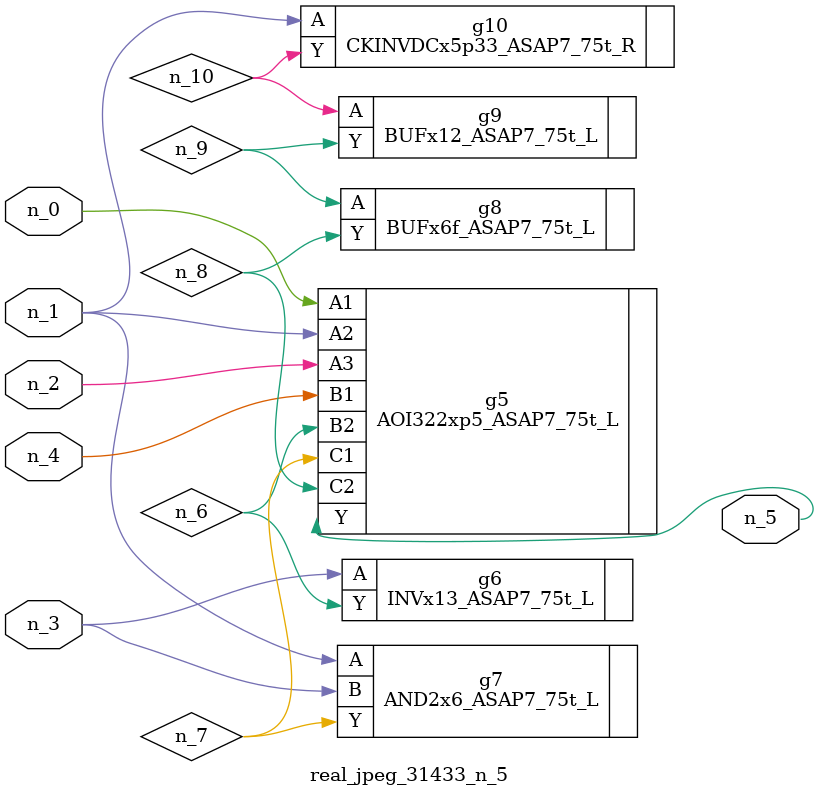
<source format=v>
module real_jpeg_31433_n_5 (n_4, n_0, n_1, n_2, n_3, n_5);

input n_4;
input n_0;
input n_1;
input n_2;
input n_3;

output n_5;

wire n_8;
wire n_6;
wire n_7;
wire n_10;
wire n_9;

AOI322xp5_ASAP7_75t_L g5 ( 
.A1(n_0),
.A2(n_1),
.A3(n_2),
.B1(n_4),
.B2(n_6),
.C1(n_7),
.C2(n_8),
.Y(n_5)
);

AND2x6_ASAP7_75t_L g7 ( 
.A(n_1),
.B(n_3),
.Y(n_7)
);

CKINVDCx5p33_ASAP7_75t_R g10 ( 
.A(n_1),
.Y(n_10)
);

INVx13_ASAP7_75t_L g6 ( 
.A(n_3),
.Y(n_6)
);

BUFx6f_ASAP7_75t_L g8 ( 
.A(n_9),
.Y(n_8)
);

BUFx12_ASAP7_75t_L g9 ( 
.A(n_10),
.Y(n_9)
);


endmodule
</source>
